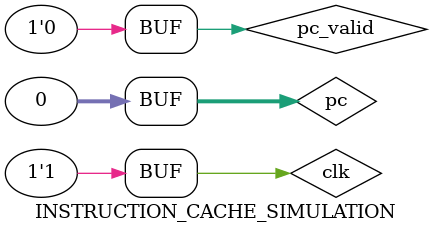
<source format=v>
`timescale 1ns / 1ps


module INSTRUCTION_CACHE_SIMULATION();

    parameter   ADDRESS_WIDTH           = 32                                            ;
    parameter   BLOCK_WIDTH             = 512                                           ;
    parameter   BLOCK_ADDRESS_WIDTH     = 26                                            ;
    
    // Inputs
    reg                                     clk                                         ;
    reg                                     stall_instruction_cache                     ;
    reg     [ADDRESS_WIDTH - 1      : 0]    pc                                          ;
    reg                                     pc_valid                                    ;
    reg                                     address_to_l2_ready_instruction_cache       ;
    reg                                     data_from_l2_valid_instruction_cache        ;
    reg     [BLOCK_WIDTH   - 1      : 0]    data_from_l2_instruction_cache              ;
     
    // Outputs
    wire    [ADDRESS_WIDTH - 1      : 0]    instruction                                 ;
    wire                                    instruction_cache_ready                     ;
    wire                                    address_to_l2_valid_instruction_cache       ;      
    wire    [BLOCK_ADDRESS_WIDTH - 1: 0]    address_to_l2_instruction_cache             ;
    wire                                    data_from_l2_ready_instruction_cache        ;
     
    // Instantiate the Unit Under Test (UUT)
    INSTRUCTION_CACHE uut(
        .CLK(clk),
        .STALL_INSTRUCTION_CACHE(stall_instruction_cache),
        .PC(pc),
        .PC_VALID(pc_valid),
        .INSTRUCTION(instruction),
        .INSTRUCTION_CACHE_READY(instruction_cache_ready),
        .ADDRESS_TO_L2_READY_INSTRUCTION_CACHE(address_to_l2_ready_instruction_cache),
        .ADDRESS_TO_L2_VALID_INSTRUCTION_CACHE(address_to_l2_valid_instruction_cache),      
        .ADDRESS_TO_L2_INSTRUCTION_CACHE(address_to_l2_instruction_cache), 
        .DATA_FROM_L2_READY_INSTRUCTION_CACHE(data_from_l2_ready_instruction_cache),
        .DATA_FROM_L2_VALID_INSTRUCTION_CACHE(data_from_l2_valid_instruction_cache),
        .DATA_FROM_L2_INSTRUCTION_CACHE(data_from_l2_instruction_cache)
        );
        
    initial 
    begin
        // Initialize Inputs
        clk                      = 1'b0 ;
        pc                       = 32'b0 ;
        pc_valid                 = 1'b1 ;

        // Wait 100 ns for global reset to finish
        #100;
        
        // Add stimulus here
        clk                      = 1'b1 ;
        #100;
        clk                      = 1'b0 ;
        pc_valid                 = 1'b0 ;
        #100;
        clk                      = 1'b1 ;
        #100;
        clk                      = 1'b0 ;
        #100;
        clk                      = 1'b1 ;
        #100;
        clk                      = 1'b0 ;
        #100;
        clk                      = 1'b1 ;
    end

endmodule

</source>
